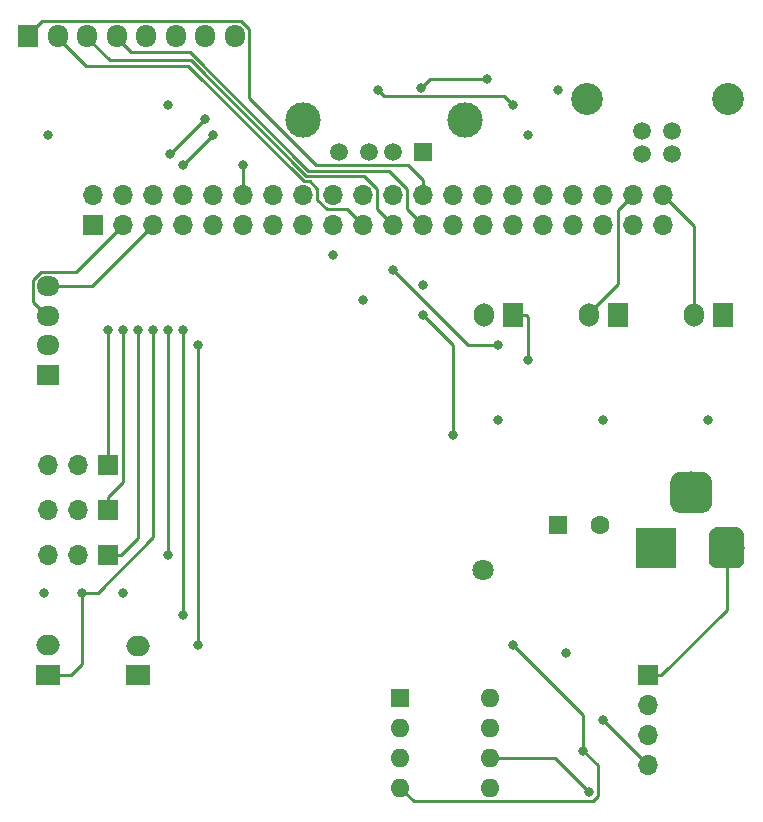
<source format=gbr>
G04 #@! TF.GenerationSoftware,KiCad,Pcbnew,5.0.0-rc2-dev-unknown-50608c1~62~ubuntu16.04.1*
G04 #@! TF.CreationDate,2018-03-02T13:49:05+13:00*
G04 #@! TF.ProjectId,pi-hat,70692D6861742E6B696361645F706362,rev?*
G04 #@! TF.SameCoordinates,Original*
G04 #@! TF.FileFunction,Copper,L2,Bot,Signal*
G04 #@! TF.FilePolarity,Positive*
%FSLAX46Y46*%
G04 Gerber Fmt 4.6, Leading zero omitted, Abs format (unit mm)*
G04 Created by KiCad (PCBNEW 5.0.0-rc2-dev-unknown-50608c1~62~ubuntu16.04.1) date Fri Mar  2 13:49:05 2018*
%MOMM*%
%LPD*%
G01*
G04 APERTURE LIST*
%ADD10O,1.950000X1.700000*%
%ADD11R,1.950000X1.700000*%
%ADD12C,1.500000*%
%ADD13R,1.500000X1.500000*%
%ADD14C,3.000000*%
%ADD15R,1.700000X2.000000*%
%ADD16O,1.700000X2.000000*%
%ADD17R,1.700000X1.700000*%
%ADD18O,1.700000X1.700000*%
%ADD19R,1.700000X1.950000*%
%ADD20O,1.700000X1.950000*%
%ADD21C,1.520000*%
%ADD22C,2.700000*%
%ADD23R,3.500000X3.500000*%
%ADD24C,0.100000*%
%ADD25C,3.500000*%
%ADD26O,2.000000X1.700000*%
%ADD27R,2.000000X1.700000*%
%ADD28R,1.600000X1.600000*%
%ADD29O,1.600000X1.600000*%
%ADD30C,1.600000*%
%ADD31C,0.800000*%
%ADD32C,1.800000*%
%ADD33C,0.250000*%
G04 APERTURE END LIST*
D10*
X104690000Y-110160000D03*
X104690000Y-112660000D03*
X104690000Y-115160000D03*
D11*
X104690000Y-117660000D03*
D12*
X129330000Y-98780000D03*
X131870000Y-98780000D03*
X133900000Y-98780000D03*
D13*
X136440000Y-98780000D03*
D14*
X126280000Y-96110000D03*
X140000000Y-96110000D03*
D15*
X161840000Y-112620000D03*
D16*
X159340000Y-112620000D03*
D15*
X152950000Y-112620000D03*
D16*
X150450000Y-112620000D03*
X141560000Y-112620000D03*
D15*
X144060000Y-112620000D03*
D17*
X108500000Y-105000000D03*
D18*
X108500000Y-102460000D03*
X111040000Y-105000000D03*
X111040000Y-102460000D03*
X113580000Y-105000000D03*
X113580000Y-102460000D03*
X116120000Y-105000000D03*
X116120000Y-102460000D03*
X118660000Y-105000000D03*
X118660000Y-102460000D03*
X121200000Y-105000000D03*
X121200000Y-102460000D03*
X123740000Y-105000000D03*
X123740000Y-102460000D03*
X126280000Y-105000000D03*
X126280000Y-102460000D03*
X128820000Y-105000000D03*
X128820000Y-102460000D03*
X131360000Y-105000000D03*
X131360000Y-102460000D03*
X133900000Y-105000000D03*
X133900000Y-102460000D03*
X136440000Y-105000000D03*
X136440000Y-102460000D03*
X138980000Y-105000000D03*
X138980000Y-102460000D03*
X141520000Y-105000000D03*
X141520000Y-102460000D03*
X144060000Y-105000000D03*
X144060000Y-102460000D03*
X146600000Y-105000000D03*
X146600000Y-102460000D03*
X149140000Y-105000000D03*
X149140000Y-102460000D03*
X151680000Y-105000000D03*
X151680000Y-102460000D03*
X154220000Y-105000000D03*
X154220000Y-102460000D03*
X156760000Y-105000000D03*
X156760000Y-102460000D03*
D19*
X103000000Y-89000000D03*
D20*
X105500000Y-89000000D03*
X108000000Y-89000000D03*
X110500000Y-89000000D03*
X113000000Y-89000000D03*
X115500000Y-89000000D03*
X118000000Y-89000000D03*
X120500000Y-89000000D03*
D21*
X157540000Y-99000000D03*
X155000000Y-99000000D03*
X155000000Y-97000000D03*
X157540000Y-97000000D03*
D22*
X162270000Y-94300000D03*
X150270000Y-94300000D03*
D23*
X156125000Y-132305000D03*
D24*
G36*
X162948513Y-130558611D02*
X163021318Y-130569411D01*
X163092714Y-130587295D01*
X163162013Y-130612090D01*
X163228548Y-130643559D01*
X163291678Y-130681398D01*
X163350795Y-130725242D01*
X163405330Y-130774670D01*
X163454758Y-130829205D01*
X163498602Y-130888322D01*
X163536441Y-130951452D01*
X163567910Y-131017987D01*
X163592705Y-131087286D01*
X163610589Y-131158682D01*
X163621389Y-131231487D01*
X163625000Y-131305000D01*
X163625000Y-133305000D01*
X163621389Y-133378513D01*
X163610589Y-133451318D01*
X163592705Y-133522714D01*
X163567910Y-133592013D01*
X163536441Y-133658548D01*
X163498602Y-133721678D01*
X163454758Y-133780795D01*
X163405330Y-133835330D01*
X163350795Y-133884758D01*
X163291678Y-133928602D01*
X163228548Y-133966441D01*
X163162013Y-133997910D01*
X163092714Y-134022705D01*
X163021318Y-134040589D01*
X162948513Y-134051389D01*
X162875000Y-134055000D01*
X161375000Y-134055000D01*
X161301487Y-134051389D01*
X161228682Y-134040589D01*
X161157286Y-134022705D01*
X161087987Y-133997910D01*
X161021452Y-133966441D01*
X160958322Y-133928602D01*
X160899205Y-133884758D01*
X160844670Y-133835330D01*
X160795242Y-133780795D01*
X160751398Y-133721678D01*
X160713559Y-133658548D01*
X160682090Y-133592013D01*
X160657295Y-133522714D01*
X160639411Y-133451318D01*
X160628611Y-133378513D01*
X160625000Y-133305000D01*
X160625000Y-131305000D01*
X160628611Y-131231487D01*
X160639411Y-131158682D01*
X160657295Y-131087286D01*
X160682090Y-131017987D01*
X160713559Y-130951452D01*
X160751398Y-130888322D01*
X160795242Y-130829205D01*
X160844670Y-130774670D01*
X160899205Y-130725242D01*
X160958322Y-130681398D01*
X161021452Y-130643559D01*
X161087987Y-130612090D01*
X161157286Y-130587295D01*
X161228682Y-130569411D01*
X161301487Y-130558611D01*
X161375000Y-130555000D01*
X162875000Y-130555000D01*
X162948513Y-130558611D01*
X162948513Y-130558611D01*
G37*
D14*
X162125000Y-132305000D03*
D24*
G36*
X160085765Y-125859213D02*
X160170704Y-125871813D01*
X160253999Y-125892677D01*
X160334848Y-125921605D01*
X160412472Y-125958319D01*
X160486124Y-126002464D01*
X160555094Y-126053616D01*
X160618718Y-126111282D01*
X160676384Y-126174906D01*
X160727536Y-126243876D01*
X160771681Y-126317528D01*
X160808395Y-126395152D01*
X160837323Y-126476001D01*
X160858187Y-126559296D01*
X160870787Y-126644235D01*
X160875000Y-126730000D01*
X160875000Y-128480000D01*
X160870787Y-128565765D01*
X160858187Y-128650704D01*
X160837323Y-128733999D01*
X160808395Y-128814848D01*
X160771681Y-128892472D01*
X160727536Y-128966124D01*
X160676384Y-129035094D01*
X160618718Y-129098718D01*
X160555094Y-129156384D01*
X160486124Y-129207536D01*
X160412472Y-129251681D01*
X160334848Y-129288395D01*
X160253999Y-129317323D01*
X160170704Y-129338187D01*
X160085765Y-129350787D01*
X160000000Y-129355000D01*
X158250000Y-129355000D01*
X158164235Y-129350787D01*
X158079296Y-129338187D01*
X157996001Y-129317323D01*
X157915152Y-129288395D01*
X157837528Y-129251681D01*
X157763876Y-129207536D01*
X157694906Y-129156384D01*
X157631282Y-129098718D01*
X157573616Y-129035094D01*
X157522464Y-128966124D01*
X157478319Y-128892472D01*
X157441605Y-128814848D01*
X157412677Y-128733999D01*
X157391813Y-128650704D01*
X157379213Y-128565765D01*
X157375000Y-128480000D01*
X157375000Y-126730000D01*
X157379213Y-126644235D01*
X157391813Y-126559296D01*
X157412677Y-126476001D01*
X157441605Y-126395152D01*
X157478319Y-126317528D01*
X157522464Y-126243876D01*
X157573616Y-126174906D01*
X157631282Y-126111282D01*
X157694906Y-126053616D01*
X157763876Y-126002464D01*
X157837528Y-125958319D01*
X157915152Y-125921605D01*
X157996001Y-125892677D01*
X158079296Y-125871813D01*
X158164235Y-125859213D01*
X158250000Y-125855000D01*
X160000000Y-125855000D01*
X160085765Y-125859213D01*
X160085765Y-125859213D01*
G37*
D25*
X159125000Y-127605000D03*
D17*
X109770000Y-132940000D03*
D18*
X107230000Y-132940000D03*
X104690000Y-132940000D03*
X104690000Y-129130000D03*
X107230000Y-129130000D03*
D17*
X109770000Y-129130000D03*
X109770000Y-125320000D03*
D18*
X107230000Y-125320000D03*
X104690000Y-125320000D03*
D26*
X104690000Y-140560000D03*
D27*
X104690000Y-143060000D03*
X112310000Y-143100000D03*
D26*
X112310000Y-140600000D03*
D28*
X134500000Y-145000000D03*
D29*
X142120000Y-152620000D03*
X134500000Y-147540000D03*
X142120000Y-150080000D03*
X134500000Y-150080000D03*
X142120000Y-147540000D03*
X134500000Y-152620000D03*
X142120000Y-145000000D03*
D28*
X147870000Y-130400000D03*
D30*
X151370000Y-130400000D03*
D17*
X155490000Y-143100000D03*
D18*
X155490000Y-145640000D03*
X155490000Y-148180000D03*
X155490000Y-150720000D03*
D31*
X145330000Y-116430000D03*
X150500000Y-153000000D03*
X117390000Y-140560000D03*
X117390000Y-115160000D03*
X118000000Y-96000000D03*
X115000000Y-99000000D03*
X151680000Y-146910000D03*
X118660000Y-97380000D03*
X116120000Y-99920000D03*
X116120000Y-138020000D03*
X116120000Y-113890000D03*
X148505000Y-141195000D03*
X104367500Y-136115000D03*
X111040000Y-136115000D03*
X128820000Y-107540000D03*
X104690000Y-97380000D03*
X114850000Y-94840000D03*
X147870000Y-93570000D03*
X145330000Y-97380000D03*
X136440000Y-110080000D03*
X131360000Y-111350000D03*
X160570000Y-121510000D03*
X151680000Y-121510000D03*
X142790000Y-121510000D03*
D32*
X141520000Y-134210000D03*
D31*
X109770000Y-113890000D03*
X144060000Y-94840000D03*
X132630000Y-93570000D03*
X121200000Y-99920000D03*
X111040000Y-113890000D03*
X112310000Y-113890000D03*
X107552500Y-136115000D03*
X113580000Y-113890000D03*
X114850000Y-132940000D03*
X114850000Y-113890000D03*
X133900000Y-108810000D03*
X142790000Y-115160000D03*
X136247347Y-93377347D03*
X141827152Y-92607152D03*
X138980000Y-122780000D03*
X136440000Y-112620000D03*
X144060000Y-140560000D03*
X150000000Y-149500000D03*
D33*
X156760000Y-102460000D02*
X159340000Y-105040000D01*
X159340000Y-105040000D02*
X159340000Y-112620000D01*
X152950000Y-109970000D02*
X152950000Y-103730000D01*
X152950000Y-103730000D02*
X154220000Y-102460000D01*
X150450000Y-112620000D02*
X150450000Y-112470000D01*
X150450000Y-112470000D02*
X152950000Y-109970000D01*
X145330000Y-116430000D02*
X145330000Y-112790000D01*
X145160000Y-112620000D02*
X144060000Y-112620000D01*
X145330000Y-112790000D02*
X145160000Y-112620000D01*
X142120000Y-150080000D02*
X147580000Y-150080000D01*
X147580000Y-150080000D02*
X150500000Y-153000000D01*
X111040000Y-105000000D02*
X107055010Y-108984990D01*
X104078295Y-108984990D02*
X103389990Y-109673295D01*
X103389990Y-111484990D02*
X104565000Y-112660000D01*
X107055010Y-108984990D02*
X104078295Y-108984990D01*
X103389990Y-109673295D02*
X103389990Y-111484990D01*
X104565000Y-112660000D02*
X104690000Y-112660000D01*
X117390000Y-115160000D02*
X117390000Y-140560000D01*
X115000000Y-99000000D02*
X118000000Y-96000000D01*
X113580000Y-105000000D02*
X108420000Y-110160000D01*
X108420000Y-110160000D02*
X104690000Y-110160000D01*
X151680000Y-146910000D02*
X155490000Y-150720000D01*
X116120000Y-99920000D02*
X118660000Y-97380000D01*
X116120000Y-113890000D02*
X116120000Y-138020000D01*
X109770000Y-125320000D02*
X109770000Y-113890000D01*
X132630000Y-93570000D02*
X133162348Y-94102348D01*
X133162348Y-94102348D02*
X143322348Y-94102348D01*
X143322348Y-94102348D02*
X144060000Y-94840000D01*
X121200000Y-102460000D02*
X121200000Y-99920000D01*
X111040000Y-126760000D02*
X111040000Y-113890000D01*
X109770000Y-129130000D02*
X109770000Y-128030000D01*
X109770000Y-128030000D02*
X111040000Y-126760000D01*
X112310000Y-113890000D02*
X112310000Y-131500000D01*
X112310000Y-131500000D02*
X110870000Y-132940000D01*
X110870000Y-132940000D02*
X109770000Y-132940000D01*
X107552500Y-142142500D02*
X106635000Y-143060000D01*
X106635000Y-143060000D02*
X104690000Y-143060000D01*
X107552500Y-136115000D02*
X107552500Y-142142500D01*
X113580000Y-113890000D02*
X113580000Y-131415002D01*
X113580000Y-131415002D02*
X108880002Y-136115000D01*
X108880002Y-136115000D02*
X107552500Y-136115000D01*
X116567190Y-91480010D02*
X107855010Y-91480010D01*
X105500000Y-89125000D02*
X105500000Y-89000000D01*
X107855010Y-91480010D02*
X105500000Y-89125000D01*
X127455001Y-102834003D02*
X127455001Y-101895999D01*
X128255999Y-103635001D02*
X127455001Y-102834003D01*
X129995001Y-103635001D02*
X128255999Y-103635001D01*
X131360000Y-105000000D02*
X129995001Y-103635001D01*
X126829031Y-101270029D02*
X126357209Y-101270029D01*
X127455001Y-101895999D02*
X126829031Y-101270029D01*
X126357209Y-101270029D02*
X116567190Y-91480010D01*
X116753590Y-91030000D02*
X109905000Y-91030000D01*
X109905000Y-91030000D02*
X108000000Y-89125000D01*
X108000000Y-89125000D02*
X108000000Y-89000000D01*
X126543609Y-100820019D02*
X116753590Y-91030000D01*
X133900000Y-105000000D02*
X132535001Y-103635001D01*
X132535001Y-103635001D02*
X132535001Y-101895999D01*
X132535001Y-101895999D02*
X131459022Y-100820020D01*
X131459022Y-100820020D02*
X126543609Y-100820019D01*
X114850000Y-113890000D02*
X114850000Y-132940000D01*
X126730010Y-100370010D02*
X116660010Y-90300010D01*
X116660010Y-90300010D02*
X111675010Y-90300010D01*
X111675010Y-90300010D02*
X110500000Y-89125000D01*
X110500000Y-89125000D02*
X110500000Y-89000000D01*
X136440000Y-105000000D02*
X135075001Y-103635001D01*
X135075001Y-103635001D02*
X135075001Y-101895999D01*
X135075001Y-101895999D02*
X133549012Y-100370010D01*
X133549012Y-100370010D02*
X126730010Y-100370010D01*
X135170000Y-99920000D02*
X127388998Y-99920000D01*
X127388998Y-99920000D02*
X121675010Y-94206012D01*
X120986705Y-87699990D02*
X104175010Y-87699990D01*
X121675010Y-94206012D02*
X121675010Y-88388295D01*
X121675010Y-88388295D02*
X120986705Y-87699990D01*
X104175010Y-87699990D02*
X103000000Y-88875000D01*
X103000000Y-88875000D02*
X103000000Y-89000000D01*
X136440000Y-101190000D02*
X135170000Y-99920000D01*
X136440000Y-102460000D02*
X136440000Y-101190000D01*
X142790000Y-115160000D02*
X140250000Y-115160000D01*
X140250000Y-115160000D02*
X133900000Y-108810000D01*
X141827152Y-92607152D02*
X137017542Y-92607152D01*
X137017542Y-92607152D02*
X136247347Y-93377347D01*
X136440000Y-112620000D02*
X138980000Y-115160000D01*
X138980000Y-115160000D02*
X138980000Y-122780000D01*
X162125000Y-132305000D02*
X162125000Y-137565000D01*
X162125000Y-137565000D02*
X156590000Y-143100000D01*
X156590000Y-143100000D02*
X155490000Y-143100000D01*
X150000000Y-149500000D02*
X150000000Y-146500000D01*
X150000000Y-146500000D02*
X144060000Y-140560000D01*
X151225001Y-153348001D02*
X151225001Y-150725001D01*
X134500000Y-152620000D02*
X135625001Y-153745001D01*
X150828001Y-153745001D02*
X151225001Y-153348001D01*
X151225001Y-150725001D02*
X150000000Y-149500000D01*
X135625001Y-153745001D02*
X150828001Y-153745001D01*
M02*

</source>
